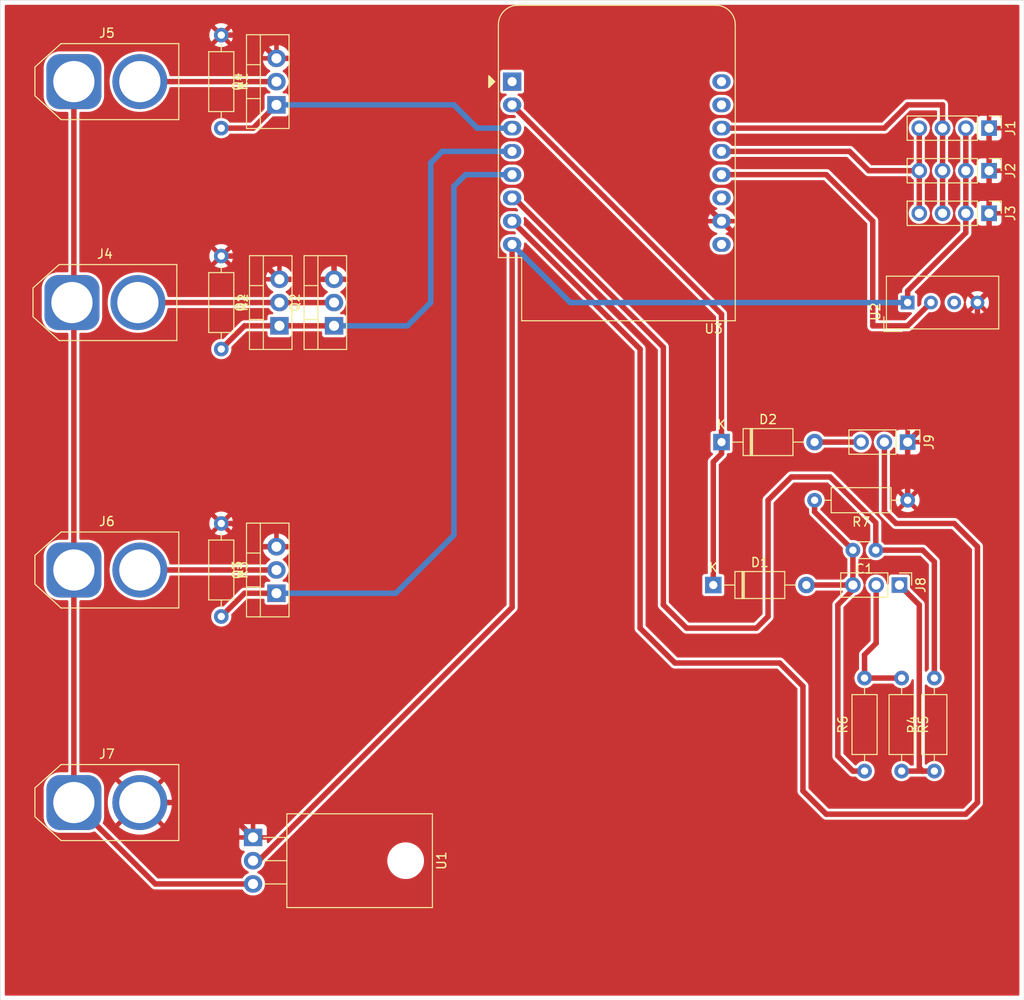
<source format=kicad_pcb>
(kicad_pcb
	(version 20240108)
	(generator "pcbnew")
	(generator_version "8.0")
	(general
		(thickness 1.6)
		(legacy_teardrops no)
	)
	(paper "A4")
	(layers
		(0 "F.Cu" signal)
		(31 "B.Cu" signal)
		(32 "B.Adhes" user "B.Adhesive")
		(33 "F.Adhes" user "F.Adhesive")
		(34 "B.Paste" user)
		(35 "F.Paste" user)
		(36 "B.SilkS" user "B.Silkscreen")
		(37 "F.SilkS" user "F.Silkscreen")
		(38 "B.Mask" user)
		(39 "F.Mask" user)
		(40 "Dwgs.User" user "User.Drawings")
		(41 "Cmts.User" user "User.Comments")
		(42 "Eco1.User" user "User.Eco1")
		(43 "Eco2.User" user "User.Eco2")
		(44 "Edge.Cuts" user)
		(45 "Margin" user)
		(46 "B.CrtYd" user "B.Courtyard")
		(47 "F.CrtYd" user "F.Courtyard")
		(48 "B.Fab" user)
		(49 "F.Fab" user)
		(50 "User.1" user)
		(51 "User.2" user)
		(52 "User.3" user)
		(53 "User.4" user)
		(54 "User.5" user)
		(55 "User.6" user)
		(56 "User.7" user)
		(57 "User.8" user)
		(58 "User.9" user)
	)
	(setup
		(stackup
			(layer "F.SilkS"
				(type "Top Silk Screen")
			)
			(layer "F.Paste"
				(type "Top Solder Paste")
			)
			(layer "F.Mask"
				(type "Top Solder Mask")
				(thickness 0.01)
			)
			(layer "F.Cu"
				(type "copper")
				(thickness 0.035)
			)
			(layer "dielectric 1"
				(type "core")
				(thickness 1.51)
				(material "FR4")
				(epsilon_r 4.5)
				(loss_tangent 0.02)
			)
			(layer "B.Cu"
				(type "copper")
				(thickness 0.035)
			)
			(layer "B.Mask"
				(type "Bottom Solder Mask")
				(thickness 0.01)
			)
			(layer "B.Paste"
				(type "Bottom Solder Paste")
			)
			(layer "B.SilkS"
				(type "Bottom Silk Screen")
			)
			(copper_finish "None")
			(dielectric_constraints no)
		)
		(pad_to_mask_clearance 0)
		(allow_soldermask_bridges_in_footprints no)
		(pcbplotparams
			(layerselection 0x00010fc_ffffffff)
			(plot_on_all_layers_selection 0x0000000_00000000)
			(disableapertmacros no)
			(usegerberextensions no)
			(usegerberattributes yes)
			(usegerberadvancedattributes yes)
			(creategerberjobfile yes)
			(dashed_line_dash_ratio 12.000000)
			(dashed_line_gap_ratio 3.000000)
			(svgprecision 4)
			(plotframeref no)
			(viasonmask no)
			(mode 1)
			(useauxorigin no)
			(hpglpennumber 1)
			(hpglpenspeed 20)
			(hpglpendiameter 15.000000)
			(pdf_front_fp_property_popups yes)
			(pdf_back_fp_property_popups yes)
			(dxfpolygonmode yes)
			(dxfimperialunits yes)
			(dxfusepcbnewfont yes)
			(psnegative no)
			(psa4output no)
			(plotreference yes)
			(plotvalue yes)
			(plotfptext yes)
			(plotinvisibletext no)
			(sketchpadsonfab no)
			(subtractmaskfromsilk no)
			(outputformat 1)
			(mirror no)
			(drillshape 1)
			(scaleselection 1)
			(outputdirectory "")
		)
	)
	(net 0 "")
	(net 1 "Net-(U3-MOSI{slash}D7)")
	(net 2 "Net-(D1-A)")
	(net 3 "Net-(D1-K)")
	(net 4 "Net-(D2-A)")
	(net 5 "GND")
	(net 6 "Net-(J1-SDL)")
	(net 7 "Net-(J1-SDA)")
	(net 8 "Net-(J1-VCC)")
	(net 9 "+12V")
	(net 10 "Net-(J4-Pin_2)")
	(net 11 "Net-(J5-Pin_2)")
	(net 12 "Net-(J6-Pin_2)")
	(net 13 "Net-(J8-Pin_2)")
	(net 14 "Net-(J8-Pin_1)")
	(net 15 "Net-(J9-Pin_2)")
	(net 16 "Net-(Q1-G)")
	(net 17 "Net-(Q3-G)")
	(net 18 "Net-(Q4-G)")
	(net 19 "Net-(U2-DATA)")
	(net 20 "unconnected-(U2-NC-Pad3)")
	(net 21 "unconnected-(U3-TX-Pad16)")
	(net 22 "unconnected-(U3-RX-Pad15)")
	(net 23 "unconnected-(U3-5V-Pad9)")
	(net 24 "unconnected-(U3-~{RST}-Pad1)")
	(net 25 "unconnected-(U3-D4-Pad11)")
	(footprint "Connector_AMASS:AMASS_XT60-F_1x02_P7.20mm_Vertical" (layer "F.Cu") (at 91.86 113.03))
	(footprint "Resistor_THT:R_Axial_DIN0207_L6.3mm_D2.5mm_P10.16mm_Horizontal" (layer "F.Cu") (at 107.95 107.95 -90))
	(footprint "Resistor_THT:R_Axial_DIN0207_L6.3mm_D2.5mm_P10.16mm_Horizontal" (layer "F.Cu") (at 178.172792 134.992792 90))
	(footprint "Resistor_THT:R_Axial_DIN0207_L6.3mm_D2.5mm_P10.16mm_Horizontal" (layer "F.Cu") (at 182.88 105.41 180))
	(footprint "Module:WEMOS_D1_mini_light" (layer "F.Cu") (at 139.7 59.69))
	(footprint "Connector_PinHeader_2.54mm:PinHeader_1x03_P2.54mm_Vertical" (layer "F.Cu") (at 181.982792 114.672792 -90))
	(footprint "Package_TO_SOT_THT:TO-220-3_Vertical" (layer "F.Cu") (at 113.975 115.57 90))
	(footprint "Connector_PinHeader_2.54mm:PinHeader_1x04_P2.54mm_Vertical" (layer "F.Cu") (at 191.77 69.42 -90))
	(footprint "Diode_THT:D_A-405_P10.16mm_Horizontal" (layer "F.Cu") (at 161.662792 114.672792))
	(footprint "Connector_PinHeader_2.54mm:PinHeader_1x03_P2.54mm_Vertical" (layer "F.Cu") (at 182.88 99.06 -90))
	(footprint "Resistor_THT:R_Axial_DIN0207_L6.3mm_D2.5mm_P10.16mm_Horizontal" (layer "F.Cu") (at 107.95 54.61 -90))
	(footprint "Connector_PinHeader_2.54mm:PinHeader_1x04_P2.54mm_Vertical" (layer "F.Cu") (at 191.77 64.77 -90))
	(footprint "Package_TO_SOT_THT:TO-220-3_Vertical" (layer "F.Cu") (at 120.26 86.36 90))
	(footprint "Connector_AMASS:AMASS_XT60-F_1x02_P7.20mm_Vertical" (layer "F.Cu") (at 91.65 83.82))
	(footprint "Package_TO_SOT_THT:TO-220-3_Vertical" (layer "F.Cu") (at 114.3 86.36 90))
	(footprint "Resistor_THT:R_Axial_DIN0207_L6.3mm_D2.5mm_P10.16mm_Horizontal" (layer "F.Cu") (at 182.222792 124.832792 -90))
	(footprint "Connector_AMASS:AMASS_XT60-F_1x02_P7.20mm_Vertical" (layer "F.Cu") (at 91.86 138.43))
	(footprint "Capacitor_THT:C_Disc_D3.0mm_W1.6mm_P2.50mm" (layer "F.Cu") (at 179.402792 110.862792 180))
	(footprint "Resistor_THT:R_Axial_DIN0207_L6.3mm_D2.5mm_P10.16mm_Horizontal" (layer "F.Cu") (at 107.95 78.74 -90))
	(footprint "Package_TO_SOT_THT:TO-220-3_Vertical" (layer "F.Cu") (at 113.975 62.23 90))
	(footprint "Connector_PinHeader_2.54mm:PinHeader_1x04_P2.54mm_Vertical" (layer "F.Cu") (at 191.77 74.07 -90))
	(footprint "Diode_THT:D_A-405_P10.16mm_Horizontal" (layer "F.Cu") (at 162.56 99.06))
	(footprint "Connector_AMASS:AMASS_XT60-F_1x02_P7.20mm_Vertical" (layer "F.Cu") (at 91.86 59.69))
	(footprint "Sensor:Aosong_DHT11_5.5x12.0_P2.54mm" (layer "F.Cu") (at 182.88 83.82 90))
	(footprint "Package_TO_SOT_THT:TO-220-3_Horizontal_TabDown" (layer "F.Cu") (at 111.42 142.24 -90))
	(footprint "Resistor_THT:R_Axial_DIN0207_L6.3mm_D2.5mm_P10.16mm_Horizontal" (layer "F.Cu") (at 185.792792 134.992792 90))
	(gr_rect
		(start 83.82 50.8)
		(end 195.58 160.02)
		(stroke
			(width 0.05)
			(type default)
		)
		(fill none)
		(layer "Edge.Cuts")
		(uuid "168af8e7-4c35-4133-b125-59b64581bbfa")
	)
	(segment
		(start 166.37 119.38)
		(end 158.75 119.38)
		(width 0.6)
		(layer "F.Cu")
		(net 1)
		(uuid "00beff67-c59b-49d4-b174-6b382de3846e")
	)
	(segment
		(start 156.21 88.7)
		(end 139.9 72.39)
		(width 0.6)
		(layer "F.Cu")
		(net 1)
		(uuid "019cda5d-b972-4782-9b5d-d7d184b36bad")
	)
	(segment
		(start 156.21 116.84)
		(end 156.21 88.7)
		(width 0.6)
		(layer "F.Cu")
		(net 1)
		(uuid "1630563e-16d7-44b7-9cf7-31de0128dd9b")
	)
	(segment
		(start 139.9 72.39)
		(end 139.7 72.39)
		(width 0.6)
		(layer "F.Cu")
		(net 1)
		(uuid "2f939a39-8270-4051-a54b-0073fb7585f4")
	)
	(segment
		(start 170.18 102.87)
		(end 167.64 105.41)
		(width 0.6)
		(layer "F.Cu")
		(net 1)
		(uuid "3510ff40-4c8b-4c8d-a329-7a0462f38946")
	)
	(segment
		(start 179.402792 110.862792)
		(end 184.522792 110.862792)
		(width 0.6)
		(layer "F.Cu")
		(net 1)
		(uuid "423b4913-b37b-4f88-9e9e-aae97359f50b")
	)
	(segment
		(start 167.64 105.41)
		(end 167.64 118.11)
		(width 0.6)
		(layer "F.Cu")
		(net 1)
		(uuid "46253d0c-f95a-48bf-88ee-2d606ae7b54e")
	)
	(segment
		(start 158.75 119.38)
		(end 156.21 116.84)
		(width 0.6)
		(layer "F.Cu")
		(net 1)
		(uuid "67093f0c-1170-400f-9f3e-15583fc430b5")
	)
	(segment
		(start 174.408679 102.87)
		(end 170.18 102.87)
		(width 0.6)
		(layer "F.Cu")
		(net 1)
		(uuid "679d9bee-23a2-4835-8c86-dda8f78caff2")
	)
	(segment
		(start 179.402792 107.864113)
		(end 174.408679 102.87)
		(width 0.6)
		(layer "F.Cu")
		(net 1)
		(uuid "84053720-a6d6-4e65-b8db-d1400f21dd6c")
	)
	(segment
		(start 184.522792 110.862792)
		(end 185.792792 112.132792)
		(width 0.6)
		(layer "F.Cu")
		(net 1)
		(uuid "9bb9a02c-1510-43be-a51c-1507de9a8e19")
	)
	(segment
		(start 179.402792 110.862792)
		(end 179.402792 107.864113)
		(width 0.6)
		(layer "F.Cu")
		(net 1)
		(uuid "c4ea97a8-29f1-4973-a3a7-6e8986e04a21")
	)
	(segment
		(start 167.64 118.11)
		(end 166.37 119.38)
		(width 0.6)
		(layer "F.Cu")
		(net 1)
		(uuid "e94207d2-3440-4f42-bb81-3abb2fda3eb7")
	)
	(segment
		(start 185.792792 112.132792)
		(end 185.792792 124.832792)
		(width 0.6)
		(layer "F.Cu")
		(net 1)
		(uuid "ff7abcf0-3a2e-43e9-8179-0179607c55bb")
	)
	(segment
		(start 175.26 133.35)
		(end 176.902792 134.992792)
		(width 0.6)
		(layer "F.Cu")
		(net 2)
		(uuid "36f24f3f-c203-463e-a038-dfe99768e1ef")
	)
	(segment
		(start 175.26 116.84)
		(end 175.26 133.35)
		(width 0.6)
		(layer "F.Cu")
		(net 2)
		(uuid "3e464601-108e-4522-9139-8e62d3962fb6")
	)
	(segment
		(start 176.902792 115.197208)
		(end 175.26 116.84)
		(width 0.6)
		(layer "F.Cu")
		(net 2)
		(uuid "49a383ab-23c5-4a80-b8dc-24e779a13a3b")
	)
	(segment
		(start 172.72 106.68)
		(end 176.902792 110.862792)
		(width 0.6)
		(layer "F.Cu")
		(net 2)
		(uuid "5a3b0e9b-6e14-4176-83ff-29c3f48804c6")
	)
	(segment
		(start 172.72 105.41)
		(end 172.72 106.68)
		(width 0.6)
		(layer "F.Cu")
		(net 2)
		(uuid "737620f4-e01f-40cf-bbde-0680ef9b902c")
	)
	(segment
		(start 171.822792 114.672792)
		(end 176.902792 114.672792)
		(width 0.6)
		(layer "F.Cu")
		(net 2)
		(uuid "7f66132d-694c-424b-8463-db083e55a4fa")
	)
	(segment
		(start 176.902792 110.862792)
		(end 176.902792 114.672792)
		(width 0.6)
		(layer "F.Cu")
		(net 2)
		(uuid "9fd2a76a-ff38-40ab-8828-b9ab6410b36e")
	)
	(segment
		(start 176.902792 114.672792)
		(end 176.902792 115.197208)
		(width 0.6)
		(layer "F.Cu")
		(net 2)
		(uuid "a4b3c5a9-d9c2-4136-8c59-6ea2f6603f4a")
	)
	(segment
		(start 176.902792 134.992792)
		(end 178.172792 134.992792)
		(width 0.6)
		(layer "F.Cu")
		(net 2)
		(uuid "ffbedcfe-70c5-40ec-8e31-0aaffb76563b")
	)
	(segment
		(start 161.662792 101.227208)
		(end 161.662792 114.672792)
		(width 0.6)
		(layer "F.Cu")
		(net 3)
		(uuid "29c855a8-dc51-44c0-8e83-8498220e30c5")
	)
	(segment
		(start 162.56 100.33)
		(end 161.662792 101.227208)
		(width 0.6)
		(layer "F.Cu")
		(net 3)
		(uuid "3a30b3a1-ebeb-4105-9a1f-456f5d022ff2")
	)
	(segment
		(start 162.56 85.09)
		(end 162.56 99.06)
		(width 0.6)
		(layer "F.Cu")
		(net 3)
		(uuid "8cff8dbd-fcd2-4877-b357-eeddff17b54f")
	)
	(segment
		(start 162.56 99.06)
		(end 162.56 100.33)
		(width 0.6)
		(layer "F.Cu")
		(net 3)
		(uuid "a0c03da0-18a6-4efc-aa81-7bce9e8997b7")
	)
	(segment
		(start 139.7 62.23)
		(end 162.56 85.09)
		(width 0.6)
		(layer "F.Cu")
		(net 3)
		(uuid "efa75c64-fdd0-4a56-bf8a-6e820cf95151")
	)
	(segment
		(start 172.72 99.06)
		(end 177.8 99.06)
		(width 0.6)
		(layer "F.Cu")
		(net 4)
		(uuid "9a6fe8ef-cd1c-4fc7-ae68-00147bd0d759")
	)
	(segment
		(start 109.22 107.95)
		(end 111.76 110.49)
		(width 0.6)
		(layer "F.Cu")
		(net 5)
		(uuid "030a3ff0-b844-4a30-9797-4a146e4631d0")
	)
	(segment
		(start 190.5 83.82)
		(end 191.77 82.55)
		(width 0.6)
		(layer "F.Cu")
		(net 5)
		(uuid "03cbb8ea-917f-4df6-9856-2d64d2f0f01c")
	)
	(segment
		(start 144.78 57.15)
		(end 115.57 57.15)
		(width 0.6)
		(layer "F.Cu")
		(net 5)
		(uuid "16c8365d-b6c0-48e0-8a36-b6227f003656")
	)
	(segment
		(start 123.19 106.68)
		(end 119.38 110.49)
		(width 0.6)
		(layer "F.Cu")
		(net 5)
		(uuid "16f4c541-adf2-428c-9041-4ddf49c31ec6")
	)
	(segment
		(start 120.26 81.28)
		(end 123.19 81.28)
		(width 0.6)
		(layer "F.Cu")
		(net 5)
		(uuid "179e0a48-7345-4797-988d-3fa013867744")
	)
	(segment
		(start 102.87 138.43)
		(end 107.61 138.43)
		(width 0.6)
		(layer "F.Cu")
		(net 5)
		(uuid "1eedd2e8-58c1-47e1-9279-33d52473c4be")
	)
	(segment
		(start 111.76 78.74)
		(end 114.3 81.28)
		(width 0.6)
		(layer "F.Cu")
		(net 5)
		(uuid "236f5185-c268-4ae8-800f-6fb725caa6f2")
	)
	(segment
		(start 120.26 61.84)
		(end 120.26 81.28)
		(width 0.6)
		(layer "F.Cu")
		(net 5)
		(uuid "2568d986-2986-4c6a-93a0-43cfce0b1612")
	)
	(segment
		(start 107.95 54.61)
		(end 111.435 54.61)
		(width 0.6)
		(layer "F.Cu")
		(net 5)
		(uuid "2d1b7cd3-88df-472e-a1e3-e553ffdbd754")
	)
	(segment
		(start 119.38 110.49)
		(end 119.38 121.92)
		(width 0.6)
		(layer "F.Cu")
		(net 5)
		(uuid "3354886c-4802-4739-889c-b9e59816534d")
	)
	(segment
		(start 162.56 74.93)
		(end 184.785 97.155)
		(width 0.6)
		(layer "F.Cu")
		(net 5)
		(uuid "38a9c529-c1c1-46ab-b49d-c79940378720")
	)
	(segment
		(start 115.57 57.15)
		(end 120.26 61.84)
		(width 0.6)
		(layer "F.Cu")
		(net 5)
		(uuid "3b9b159b-2389-44e6-9db4-db3d858497fc")
	)
	(segment
		(start 114.3 81.28)
		(end 120.26 81.28)
		(width 0.6)
		(layer "F.Cu")
		(net 5)
		(uuid "4a709cb1-d156-48c0-a561-37c49434109a")
	)
	(segment
		(start 99.06 138.43)
		(end 102.87 138.43)
		(width 0.6)
		(layer "F.Cu")
		(net 5)
		(uuid "6261ee21-d61d-432d-ac2e-ba71fb3919cf")
	)
	(segment
		(start 111.435 54.61)
		(end 113.975 57.15)
		(width 0.6)
		(layer "F.Cu")
		(net 5)
		(uuid "7493fbad-170e-479b-811d-24f39731afb9")
	)
	(segment
		(start 111.76 110.49)
		(end 113.975 110.49)
		(width 0.6)
		(layer "F.Cu")
		(net 5)
		(uuid "7818a95b-f7c3-4802-90c2-89ef6d836d62")
	)
	(segment
		(start 162.56 74.93)
		(end 144.78 57.15)
		(width 0.6)
		(layer "F.Cu")
		(net 5)
		(uuid "7a221a2f-9fa4-4ce2-b5d9-1238de2c0781")
	)
	(segment
		(start 115.57 57.15)
		(end 113.975 57.15)
		(width 0.6)
		(layer "F.Cu")
		(net 5)
		(uuid "804d0039-7f19-45b0-aa07-e296d9c65e01")
	)
	(segment
		(start 184.785 97.155)
		(end 182.88 99.06)
		(width 0.6)
		(layer "F.Cu")
		(net 5)
		(uuid "b40e290c-e17a-44b2-a416-f74412ccd90b")
	)
	(segment
		(start 107.61 138.43)
		(end 111.42 142.24)
		(width 0.6)
		(layer "F.Cu")
		(net 5)
		(uuid "b49b2014-7031-49cb-b25d-b253de34b2f4")
	)
	(segment
		(start 119.38 110.49)
		(end 113.975 110.49)
		(width 0.6)
		(layer "F.Cu")
		(net 5)
		(uuid "b698fc65-2cbe-4dd8-84f9-8e7bfb631475")
	)
	(segment
		(start 191.77 64.77)
		(end 191.77 74.07)
		(width 0.6)
		(layer "F.Cu")
		(net 5)
		(uuid "bc0da2a3-3687-422f-bd32-7c19568a6a52")
	)
	(segment
		(start 182.88 99.06)
		(end 182.88 105.41)
		(width 0.6)
		(layer "F.Cu")
		(net 5)
		(uuid "c8e1953e-2a29-4b2d-be25-759bb9290d15")
	)
	(segment
		(start 190.5 83.82)
		(end 190.5 91.44)
		(width 0.6)
		(layer "F.Cu")
		(net 5)
		(uuid "cc2fb27a-a573-4620-842f-f9a7712e8562")
	)
	(segment
		(start 107.95 78.74)
		(end 111.76 78.74)
		(width 0.6)
		(layer "F.Cu")
		(net 5)
		(uuid "d35c8d50-4768-4a2c-9c19-97b3d574e59d")
	)
	(segment
		(start 190.5 91.44)
		(end 184.785 97.155)
		(width 0.6)
		(layer "F.Cu")
		(net 5)
		(uuid "db9193fb-2301-4bf2-b292-773adad6f79b")
	)
	(segment
		(start 119.38 121.92)
		(end 102.87 138.43)
		(width 0.6)
		(layer "F.Cu")
		(net 5)
		(uuid "e0f9f91d-b121-4528-b26c-6e277a6b7fa9")
	)
	(segment
		(start 123.19 81.28)
		(end 123.19 106.68)
		(width 0.6)
		(layer "F.Cu")
		(net 5)
		(uuid "e13842b7-dfd0-43e9-8d6b-8dfa2f2b66c0")
	)
	(segment
		(start 107.95 107.95)
		(end 109.22 107.95)
		(width 0.6)
		(layer "F.Cu")
		(net 5)
		(uuid "f66b7819-3211-4ba1-9870-ffc67b95e91d")
	)
	(segment
		(start 191.77 82.55)
		(end 191.77 74.07)
		(width 0.6)
		(layer "F.Cu")
		(net 5)
		(uuid "f8c84b69-8edf-4fe9-a0c7-46c472400ad9")
	)
	(segment
		(start 180.34 64.77)
		(end 182.88 62.23)
		(width 0.6)
		(layer "F.Cu")
		(net 6)
		(uuid "5f9b7efc-5919-4463-94d5-258ce5c51d8b")
	)
	(segment
		(start 182.88 62.23)
		(end 186.69 62.23)
		(width 0.6)
		(layer "F.Cu")
		(net 6)
		(uuid "710c6d0f-8e58-44ac-85a5-e6db01a7b8f0")
	)
	(segment
		(start 186.69 62.23)
		(end 186.69 64.77)
		(width 0.6)
		(layer "F.Cu")
		(net 6)
		(uuid "e28d1ab7-a1a8-47d9-9dc9-dd8003bea256")
	)
	(segment
		(start 186.69 64.77)
		(end 186.69 74.07)
		(width 0.6)
		(layer "F.Cu")
		(net 6)
		(uuid "e8be9463-f001-483b-a99e-da6922554b7e")
	)
	(segment
		(start 162.56 64.77)
		(end 180.34 64.77)
		(width 0.6)
		(layer "F.Cu")
		(net 6)
		(uuid "eea637b5-aa82-45b8-820d-62561e24bd2e")
	)
	(segment
		(start 184.15 64.77)
		(end 184.15 74.07)
		(width 0.6)
		(layer "F.Cu")
		(net 7)
		(uuid "4ae08325-34ef-408a-a15e-6bb8994f6aad")
	)
	(segment
		(start 178.64 69.42)
		(end 184.15 69.42)
		(width 0.6)
		(layer "F.Cu")
		(net 7)
		(uuid "863b927a-0aec-4963-908a-0cf66bdfc7a3")
	)
	(segment
		(start 162.56 67.31)
		(end 176.53 67.31)
		(width 0.6)
		(layer "F.Cu")
		(net 7)
		(uuid "d142c31f-8f9d-4ed3-ac45-9b1332edf819")
	)
	(segment
		(start 176.53 67.31)
		(end 178.64 69.42)
		(width 0.6)
		(layer "F.Cu")
		(net 7)
		(uuid "e004d52f-3f6c-4a33-bf4f-94b9eb6b14d5")
	)
	(segment
		(start 182.88 82.55)
		(end 189.23 76.2)
		(width 0.6)
		(layer "F.Cu")
		(net 8)
		(uuid "5475fac0-ede3-4b18-8a8a-406fb343d75d")
	)
	(segment
		(start 182.88 83.82)
		(end 182.88 82.55)
		(width 0.6)
		(layer "F.Cu")
		(net 8)
		(uuid "96c9ffb5-03d1-4af6-b0d4-ec68d2abb9a1")
	)
	(segment
		(start 112.0325 144.78)
		(end 111.42 144.78)
		(width 0.6)
		(layer "F.Cu")
		(net 8)
		(uuid "a42e197c-d3dd-4a20-bd69-42e05ce25a20")
	)
	(segment
		(start 139.7 117.1125)
		(end 112.0325 144.78)
		(width 0.6)
		(layer "F.Cu")
		(net 8)
		(uuid "a9fadb82-5ed7-4296-92b2-ba4abe6ac3a6")
	)
	(segment
		(start 189.23 76.2)
		(end 189.23 64.77)
		(width 0.6)
		(layer "F.Cu")
		(net 8)
		(uuid "dea4f7a4-5adc-4f8b-94b4-7dd5cd6114f3")
	)
	(segment
		(start 139.7 77.47)
		(end 139.7 117.1125)
		(width 0.6)
		(layer "F.Cu")
		(net 8)
		(uuid "f650425b-bbf6-4bd0-9cfd-7af96c26c8d8")
	)
	(segment
		(start 139.7 77.47)
		(end 146.05 83.82)
		(width 0.6)
		(layer "B.Cu")
		(net 8)
		(uuid "2c65cb85-a57a-4680-a300-578cdef8d3ef")
	)
	(segment
		(start 146.05 83.82)
		(end 182.88 83.82)
		(width 0.6)
		(layer "B.Cu")
		(net 8)
		(uuid "2d5c17f6-c40e-4c66-bc92-a1be8c57853a")
	)
	(segment
		(start 100.75 147.32)
		(end 111.42 147.32)
		(width 0.6)
		(layer "F.Cu")
		(net 9)
		(uuid "085e3909-c358-48fe-87b7-1e0c1dae0f7b")
	)
	(segment
		(start 91.86 59.69)
		(end 91.86 138.43)
		(width 0.6)
		(layer "F.Cu")
		(net 9)
		(uuid "7cf6ea6d-a2bb-4177-8f81-7c92fdba0f2e")
	)
	(segment
		(start 91.86 138.43)
		(end 91.86 139.19)
		(width 0.6)
		(layer "F.Cu")
		(net 9)
		(uuid "957e0564-cdd0-45d2-8a88-bac1de95df2e")
	)
	(segment
		(start 91.86 138.43)
		(end 100.75 147.32)
		(width 0.6)
		(layer "F.Cu")
		(net 9)
		(uuid "eff17a41-08ef-4611-9884-d820a5ab8586")
	)
	(segment
		(start 98.85 83.82)
		(end 120.26 83.82)
		(width 0.6)
		(layer "F.Cu")
		(net 10)
		(uuid "a4f78391-4465-4be8-b1f2-3f12a1a1a0e6")
	)
	(segment
		(start 113.975 59.69)
		(end 99.06 59.69)
		(width 0.6)
		(layer "F.Cu")
		(net 11)
		(uuid "531d8484-d896-429a-9954-4900114d19ce")
	)
	(segment
		(start 99.06 113.03)
		(end 113.975 113.03)
		(width 0.6)
		(layer "F.Cu")
		(net 12)
		(uuid "f7b673fb-b3de-4d08-9e49-0934369e4663")
	)
	(segment
		(start 178.172792 122.292792)
		(end 179.442792 121.022792)
		(width 0.6)
		(layer "F.Cu")
		(net 13)
		(uuid "36b5d58d-70e8-49bc-a357-92d0ce9ce35d")
	)
	(segment
		(start 178.172792 124.832792)
		(end 178.172792 122.292792)
		(width 0.6)
		(layer "F.Cu")
		(net 13)
		(uuid "65227372-a62b-4c7b-b2c6-2942216e768d")
	)
	(segment
		(start 179.442792 121.022792)
		(end 179.442792 114.672792)
		(width 0.6)
		(layer "F.Cu")
		(net 13)
		(uuid "b5a949d2-9f2a-430d-9c52-f7e6afbd197f")
	)
	(segment
		(start 178.172792 124.832792)
		(end 182.222792 124.832792)
		(width 0.6)
		(layer "F.Cu")
		(net 13)
		(uuid "ef3a1e0b-cf3a-493c-8157-9f365c9c76c8")
	)
	(segment
		(start 184.15 116.84)
		(end 184.15 134.62)
		(width 0.6)
		(layer "F.Cu")
		(net 14)
		(uuid "aa28d683-19b9-44cb-b345-411152fe748f")
	)
	(segment
		(start 184.15 134.62)
		(end 184.522792 134.992792)
		(width 0.6)
		(layer "F.Cu")
		(net 14)
		(uuid "ade4ef13-61eb-4918-9a52-0e574c3daa00")
	)
	(segment
		(start 181.982792 114.672792)
		(end 184.15 116.84)
		(width 0.6)
		(layer "F.Cu")
		(net 14)
		(uuid "cb8c9cbe-0f0d-4860-9f4f-852f6fea08e1")
	)
	(segment
		(start 182.222792 134.992792)
		(end 184.522792 134.992792)
		(width 0.6)
		(layer "F.Cu")
		(net 14)
		(uuid "eef918b0-5624-4f56-a71e-862de4f59dcc")
	)
	(segment
		(start 184.522792 134.992792)
		(end 185.792792 134.992792)
		(width 0.6)
		(layer "F.Cu")
		(net 14)
		(uuid "f200f85a-2ccc-40f7-b05c-d571e5eecdb9")
	)
	(segment
		(start 187.96 107.95)
		(end 181.61 107.95)
		(width 0.6)
		(layer "F.Cu")
		(net 15)
		(uuid "00888a22-755c-4deb-a669-59d374fd5834")
	)
	(segment
		(start 157.48 123.19)
		(end 168.91 123.19)
		(width 0.6)
		(layer "F.Cu")
		(net 15)
		(uuid "06735a79-43cb-4e23-9611-ea235cd9ed25")
	)
	(segment
		(start 190.5 110.49)
		(end 187.96 107.95)
		(width 0.6)
		(layer "F.Cu")
		(net 15)
		(uuid "49813399-d503-46d9-b4e1-94fd2deba21b")
	)
	(segment
		(start 171.45 137.16)
		(end 173.99 139.7)
		(width 0.6)
		(layer "F.Cu")
		(net 15)
		(uuid "4a8fd6a1-1a29-40e2-a934-a54873fb3ffe")
	)
	(segment
		(start 153.67 119.38)
		(end 157.48 123.19)
		(width 0.6)
		(layer "F.Cu")
		(net 15)
		(uuid "500a0a60-1552-4a17-b992-c4c0336edf04")
	)
	(segment
		(start 168.91 123.19)
		(end 171.45 125.73)
		(width 0.6)
		(layer "F.Cu")
		(net 15)
		(uuid "51c7930c-cfa7-460e-87b8-f3eb5ac7564e")
	)
	(segment
		(start 139.7 74.93)
		(end 153.67 88.9)
		(width 0.6)
		(layer "F.Cu")
		(net 15)
		(uuid "639c72d4-1602-468c-b2a5-fc8de9928f75")
	)
	(segment
		(start 190.5 138.43)
		(end 190.5 110.49)
		(width 0.6)
		(layer "F.Cu")
		(net 15)
		(uuid "6bb1fff2-ce86-42b3-a6d2-fd08e3f181e2")
	)
	(segment
		(start 189.23 139.7)
		(end 190.5 138.43)
		(width 0.6)
		(layer "F.Cu")
		(net 15)
		(uuid "99720776-e653-4ac8-91a3-ad3d4d4009d2")
	)
	(segment
		(start 181.61 107.95)
		(end 180.34 106.68)
		(width 0.6)
		(layer "F.Cu")
		(net 15)
		(uuid "9d7ba1ac-e231-439a-8a53-35243b0f40ec")
	)
	(segment
		(start 180.34 106.68)
		(end 180.34 99.06)
		(width 0.6)
		(layer "F.Cu")
		(net 15)
		(uuid "b3962592-b177-4711-8f37-69ee503c61c0")
	)
	(segment
		(start 173.99 139.7)
		(end 189.23 139.7)
		(width 0.6)
		(layer "F.Cu")
		(net 15)
		(uuid "f26e04d2-f599-4518-b118-27fe7b75aea0")
	)
	(segment
		(start 153.67 88.9)
		(end 153.67 119.38)
		(width 0.6)
		(layer "F.Cu")
		(net 15)
		(uuid "fb3405b0-af31-4af6-9545-28a3639a1d68")
	)
	(segment
		(start 171.45 125.73)
		(end 171.45 137.16)
		(width 0.6)
		(layer "F.Cu")
		(net 15)
		(uuid "fc8e4b9e-3f3b-47ec-aacc-fb1a01fd533f")
	)
	(segment
		(start 110.49 86.36)
		(end 107.95 88.9)
		(width 0.6)
		(layer "F.Cu")
		(net 16)
		(uuid "bb3534c9-148b-45b5-8b54-52f364b2f3ef")
	)
	(segment
		(start 120.26 86.36)
		(end 110.49 86.36)
		(width 0.6)
		(layer "F.Cu")
		(net 16)
		(uuid "c0034f4d-8b0e-4f24-8fa3-56c376940c29")
	)
	(segment
		(start 130.81 83.82)
		(end 130.81 68.58)
		(width 0.6)
		(layer "B.Cu")
		(net 16)
		(uuid "17bf8a14-c524-494d-91ef-9d1c600283eb")
	)
	(segment
		(start 120.26 86.36)
		(end 128.27 86.36)
		(width 0.6)
		(layer "B.Cu")
		(net 16)
		(uuid "19aa4236-2ccf-4612-8bf0-7eaa1f715c25")
	)
	(segment
		(start 128.27 86.36)
		(end 130.81 83.82)
		(width 0.6)
		(layer "B.Cu")
		(net 16)
		(uuid "3ca52653-39c9-4787-a6e8-0c9580acab76")
	)
	(segment
		(start 132.08 67.31)
		(end 139.7 67.31)
		(width 0.6)
		(layer "B.Cu")
		(net 16)
		(uuid "72958866-e514-4a77-a145-f99912a80c95")
	)
	(segment
		(start 130.81 68.58)
		(end 132.08 67.31)
		(width 0.6)
		(layer "B.Cu")
		(net 16)
		(uuid "d71bb7c0-bafe-4d5f-9c53-9bde96f2e8c1")
	)
	(segment
		(start 113.975 115.57)
		(end 110.49 115.57)
		(width 0.6)
		(layer "F.Cu")
		(net 17)
		(uuid "086d0b57-b91f-4c4c-ad17-03ae7adc8242")
	)
	(segment
		(start 110.49 115.57)
		(end 107.95 118.11)
		(width 0.6)
		(layer "F.Cu")
		(net 17)
		(uuid "95e37bcf-8063-4e26-9022-105a32b0f8d4")
	)
	(segment
		(start 133.35 109.22)
		(end 127 115.57)
		(width 0.6)
		(layer "B.Cu")
		(net 17)
		(uuid "a51a55a1-3eae-431f-8d5b-f0b8f3702214")
	)
	(segment
		(start 127 115.57)
		(end 113.975 115.57)
		(width 0.6)
		(layer "B.Cu")
		(net 17)
		(uuid "b6799f7a-fd4c-4614-8a2c-8df79bf7c388")
	)
	(segment
		(start 139.7 69.85)
		(end 134.62 69.85)
		(width 0.6)
		(layer "B.Cu")
		(net 17)
		(uuid "b9ca9ff2-8a46-499c-a348-e1204329eed2")
	)
	(segment
		(start 133.35 71.12)
		(end 133.35 109.22)
		(width 0.6)
		(layer "B.Cu")
		(net 17)
		(uuid "bcd25bfd-175a-47e8-a16a-240de4968ce1")
	)
	(segment
		(start 134.62 69.85)
		(end 133.35 71.12)
		(width 0.6)
		(layer "B.Cu")
		(net 17)
		(uuid "bf6ccc23-18e8-4745-9872-e8809a62f5d9")
	)
	(segment
		(start 111.435 64.77)
		(end 113.975 62.23)
		(width 0.6)
		(layer "F.Cu")
		(net 18)
		(uuid "ae47336d-9742-48d7-a0f0-18901f4ef865")
	)
	(segment
		(start 107.95 64.77)
		(end 111.435 64.77)
		(width 0.6)
		(layer "F.Cu")
		(net 18)
		(uuid "e40024ac-a35f-4dff-a1dd-50e46cba2dba")
	)
	(segment
		(start 133.35 62.23)
		(end 135.89 64.77)
		(width 0.6)
		(layer "B.Cu")
		(net 18)
		(uuid "83592d37-8a70-41fe-a8a2-bf786c1ebba7")
	)
	(segment
		(start 113.975 62.23)
		(end 133.35 62.23)
		(width 0.6)
		(layer "B.Cu")
		(net 18)
		(uuid "cbaf61d9-b49a-4390-83aa-76cf8fecfa30")
	)
	(segment
		(start 135.89 64.77)
		(end 139.7 64.77)
		(width 0.6)
		(layer "B.Cu")
		(net 18)
		(uuid "e1a032a8-8691-4371-8440-421879198cff")
	)
	(segment
		(start 179.07 74.93)
		(end 173.99 69.85)
		(width 0.6)
		(layer "F.Cu")
		(net 19)
		(uuid "41220b88-06f3-49e6-b10c-cf22a03d62da")
	)
	(segment
		(start 179.07 86.36)
		(end 179.07 74.93)
		(width 0.6)
		(layer "F.Cu")
		(net 19)
		(uuid "9425dc2a-fcb9-4a85-8d36-d0fe19432309")
	)
	(segment
		(start 182.88 86.36)
		(end 179.07 86.36)
		(width 0.6)
		(layer "F.Cu")
		(net 19)
		(uuid "e093c981-2919-4fb2-97d3-ebcfcb380b64")
	)
	(segment
		(start 185.42 83.82)
		(end 182.88 86.36)
		(width 0.6)
		(layer "F.Cu")
		(net 19)
		(uuid "e16b7771-4a43-415d-bab9-8b2ae638a5bf")
	)
	(segment
		(start 173.99 69.85)
		(end 162.56 69.85)
		(width 0.6)
		(layer "F.Cu")
		(net 19)
		(uuid "eaf0269a-411e-4af9-ae12-aec218d68525")
	)
	(zone
		(net 5)
		(net_name "GND")
		(layer "F.Cu")
		(uuid "a898c616-261f-411d-a90c-bb27758a7cf5")
		(hatch edge 0.5)
		(connect_pads
			(clearance 0)
		)
		(min_thickness 0.25)
		(filled_areas_thickness no)
		(fill yes
			(thermal_gap 0.5)
			(thermal_bridge_width 0.5)
		)
		(polygon
			(pts
				(xy 83.82 50.8) (xy 83.82 160.02) (xy 195.58 160.02) (xy 195.58 50.8)
			)
		)
		(filled_polygon
			(layer "F.Cu")
			(pts
				(xy 195.022539 51.320185) (xy 195.068294 51.372989) (xy 195.0795 51.4245) (xy 195.0795 159.3955)
				(xy 195.059815 159.462539) (xy 195.007011 159.508294) (xy 194.9555 159.5195) (xy 84.4445 159.5195)
				(xy 84.377461 159.499815) (xy 84.331706 159.447011) (xy 84.3205 159.3955) (xy 84.3205 85.409885)
				(xy 88.3495 85.409885) (xy 88.349501 85.409903) (xy 88.355804 85.522158) (xy 88.355805 85.522165)
				(xy 88.405971 85.787299) (xy 88.405973 85.787309) (xy 88.495103 86.042027) (xy 88.621196 86.280606)
				(xy 88.621199 86.280612) (xy 88.781444 86.497736) (xy 88.972263 86.688555) (xy 89.178173 86.840524)
				(xy 89.18939 86.848802) (xy 89.427975 86.974898) (xy 89.68269 87.064026) (xy 89.6827 87.064028)
				(xy 89.790897 87.0845) (xy 89.947843 87.114196) (xy 90.060095 87.1205) (xy 91.1355 87.120499) (xy 91.202539 87.140183)
				(xy 91.248294 87.192987) (xy 91.2595 87.244499) (xy 91.2595 109.6055) (xy 91.239815 109.672539)
				(xy 91.187011 109.718294) (xy 91.1355 109.7295) (xy 90.270114 109.7295) (xy 90.270096 109.729501)
				(xy 90.157841 109.735804) (xy 90.157834 109.735805) (xy 89.8927 109.785971) (xy 89.89269 109.785973)
				(xy 89.637972 109.875103) (xy 89.399393 110.001196) (xy 89.399387 110.001199) (xy 89.182263 110.161444)
				(xy 88.991444 110.352263) (xy 88.831199 110.569387) (xy 88.831196 110.569393) (xy 88.705103 110.807972)
				(xy 88.615973 111.06269) (xy 88.615971 111.0627) (xy 88.565805 111.327833) (xy 88.565804 111.32784)
				(xy 88.5595 111.440097) (xy 88.5595 114.619885) (xy 88.559501 114.619903) (xy 88.565804 114.732158)
				(xy 88.565805 114.732165) (xy 88.615971 114.997299) (xy 88.615973 114.997309) (xy 88.705103 115.252027)
				(xy 88.831196 115.490606) (xy 88.831199 115.490612) (xy 88.990967 115.70709) (xy 88.991445 115.707737)
				(xy 89.182263 115.898555) (xy 89.39939 116.058802) (xy 89.637975 116.184898) (xy 89.89269 116.274026)
				(xy 89.8927 116.274028) (xy 90.000897 116.2945) (xy 90.157843 116.324196) (xy 90.270095 116.3305)
				(xy 91.1355 116.330499) (xy 91.202539 116.350183) (xy 91.248294 116.402987) (xy 91.2595 116.454499)
				(xy 91.2595 135.0055) (xy 91.239815 135.072539) (xy 91.187011 135.118294) (xy 91.1355 135.1295)
				(xy 90.270114 135.1295) (xy 90.270096 135.129501) (xy 90.157841 135.135804) (xy 90.157834 135.135805)
				(xy 89.8927 135.185971) (xy 89.89269 135.185973) (xy 89.637972 135.275103) (xy 89.399393 135.401196)
				(xy 89.399387 135.401199) (xy 89.182263 135.561444) (xy 88.991444 135.752263) (xy 88.831199 135.969387)
				(xy 88.831196 135.969393) (xy 88.705103 136.207972) (xy 88.615973 136.46269) (xy 88.615971 136.4627)
				(xy 88.565805 136.727833) (xy 88.565804 136.72784) (xy 88.5595 136.840097) (xy 88.5595 140.019885)
				(xy 88.559501 140.019903) (xy 88.565804 140.132158) (xy 88.565805 140.132165) (xy 88.615971 140.397299)
				(xy 88.615973 140.397309) (xy 88.648432 140.49007) (xy 88.701048 140.64044) (xy 88.705103 140.652027)
				(xy 88.831196 140.890606) (xy 88.831199 140.890612) (xy 88.968539 141.076701) (xy 88.991445 141.107737)
				(xy 89.182263 141.298555) (xy 89.39939 141.458802) (xy 89.637975 141.584898) (xy 89.892681 141.674023)
				(xy 89.89269 141.674026) (xy 89.8927 141.674028) (xy 89.977114 141.69) (xy 90.157843 141.724196)
				(xy 90.270095 141.7305) (xy 93.449904 141.730499) (xy 93.562157 141.724196) (xy 93.82731 141.674026)
				(xy 94.070442 141.58895) (xy 94.140219 141.585389) (xy 94.199075 141.61831) (xy 100.381284 147.80052)
				(xy 100.381286 147.800521) (xy 100.38129 147.800524) (xy 100.518209 147.879573) (xy 100.518216 147.879577)
				(xy 100.670943 147.920501) (xy 100.670945 147.920501) (xy 100.836654 147.920501) (xy 100.83667 147.9205)
				(xy 110.196946 147.9205) (xy 110.263985 147.940185) (xy 110.296749 147.973662) (xy 110.297974 147.972773)
				(xy 110.300837 147.976714) (xy 110.300838 147.976715) (xy 110.416765 148.136275) (xy 110.556225 148.275735)
				(xy 110.715785 148.391662) (xy 110.891515 148.481201) (xy 110.891517 148.481202) (xy 110.985301 148.511674)
				(xy 111.079088 148.542147) (xy 111.169307 148.556436) (xy 111.273882 148.573) (xy 111.273887 148.573)
				(xy 111.566118 148.573) (xy 111.660552 148.558042) (xy 111.760912 148.542147) (xy 111.948485 148.481201)
				(xy 112.124215 148.391662) (xy 112.283775 148.275735) (xy 112.423235 148.136275) (xy 112.539162 147.976715)
				(xy 112.628701 147.800985) (xy 112.689647 147.613412) (xy 112.705542 147.513052) (xy 112.7205 147.418618)
				(xy 112.7205 147.221381) (xy 112.70255 147.108059) (xy 112.689647 147.026588) (xy 112.628701 146.839015)
				(xy 112.539162 146.663285) (xy 112.423235 146.503725) (xy 112.283775 146.364265) (xy 112.124215 146.248338)
				(xy 111.951794 146.160485) (xy 111.900998 146.11251) (xy 111.884203 146.044689) (xy 111.90674 145.978554)
				(xy 111.951794 145.939515) (xy 111.955416 145.937669) (xy 112.124215 145.851662) (xy 112.283775 145.735735)
				(xy 112.423235 145.596275) (xy 112.539162 145.436715) (xy 112.628701 145.260985) (xy 112.689647 145.073412)
				(xy 112.702413 144.992808) (xy 112.73234 144.929678) (xy 112.737186 144.924547) (xy 112.750606 144.911127)
				(xy 126.0795 144.911127) (xy 126.085016 144.953019) (xy 126.11373 145.171116) (xy 126.181602 145.424418)
				(xy 126.181605 145.424428) (xy 126.281953 145.66669) (xy 126.281958 145.6667) (xy 126.413075 145.893803)
				(xy 126.572718 146.101851) (xy 126.572726 146.10186) (xy 126.75814 146.287274) (xy 126.758148 146.287281)
				(xy 126.966196 146.446924) (xy 127.193299 146.578041) (xy 127.193309 146.578046) (xy 127.435571 146.678394)
				(xy 127.435581 146.678398) (xy 127.688884 146.74627) (xy 127.94888 146.7805) (xy 127.948887 146.7805)
				(xy 128.211113 146.7805) (xy 128.21112 146.7805) (xy 128.471116 146.74627) (xy 128.724419 146.678398)
				(xy 128.966697 146.578043) (xy 129.193803 146.446924) (xy 129.401851 146.287282) (xy 129.401855 146.287277)
				(xy 129.40186 146.287274) (xy 129.587274 146.10186) (xy 129.587277 146.101855) (xy 129.587282 146.101851)
				(xy 129.746924 145.893803) (xy 129.878043 145.666697) (xy 129.978398 145.424419) (xy 130.04627 145.171116)
				(xy 130.0805 144.91112) (xy 130.0805 144.64888) (xy 130.04627 144.388884) (xy 129.978398 144.135581)
				(xy 129.973305 144.123285) (xy 129.878046 143.893309) (xy 129.878041 143.893299) (xy 129.746924 143.666196)
				(xy 129.587281 143.458148) (xy 129.587274 143.45814) (xy 129.40186 143.272726) (xy 129.401851 143.272718)
				(xy 129.193803 143.113075) (xy 128.9667 142.981958) (xy 128.96669 142.981953) (xy 128.724428 142.881605)
				(xy 128.724421 142.881603) (xy 128.724419 142.881602) (xy 128.471116 142.81373) (xy 128.413339 142.806123)
				(xy 128.211127 142.7795) (xy 128.21112 142.7795) (xy 127.94888 142.7795) (xy 127.948872 142.7795)
				(xy 127.717772 142.809926) (xy 127.688884 142.81373) (xy 127.515888 142.860084) (xy 127.435581 142.881602)
				(xy 127.435571 142.881605) (xy 127.193309 142.981953) (xy 127.193299 142.981958) (xy 126.966196 143.113075)
				(xy 126.758148 143.272718) (xy 126.572718 143.458148) (xy 126.413075 143.666196) (xy 126.281958 143.893299)
				(xy 126.281953 143.893309) (xy 126.181605 144.135571) (xy 126.181602 144.135581) (xy 126.11373 144.388885)
				(xy 126.0795 144.648872) (xy 126.0795 144.911127) (xy 112.750606 144.911127) (xy 140.18052 117.481216)
				(xy 140.259577 117.344284) (xy 140.300501 117.191557) (xy 140.300501 117.033442) (xy 140.300501 117.025847)
				(xy 140.3005 117.025829) (xy 140.3005 78.577042) (xy 140.320185 78.510003) (xy 140.368206 78.466557)
				(xy 140.476786 78.411233) (xy 140.476785 78.411233) (xy 140.476788 78.411232) (xy 140.616928 78.309414)
				(xy 140.739414 78.186928) (xy 140.841232 78.046788) (xy 140.919873 77.892445) (xy 140.973402 77.727701)
				(xy 141.0005 77.556611) (xy 141.0005 77.383389) (xy 141.0005 77.379097) (xy 141.020185 77.312058)
				(xy 141.072989 77.266303) (xy 141.142147 77.256359) (xy 141.205703 77.285384) (xy 141.212181 77.291416)
				(xy 153.033181 89.112416) (xy 153.066666 89.173739) (xy 153.0695 89.200097) (xy 153.0695 119.29333)
				(xy 153.069499 119.293348) (xy 153.069499 119.459054) (xy 153.069498 119.459054) (xy 153.110423 119.611785)
				(xy 153.139358 119.6619) (xy 153.139359 119.661904) (xy 153.13936 119.661904) (xy 153.183582 119.738501)
				(xy 153.189479 119.748714) (xy 153.189481 119.748717) (xy 153.308349 119.867585) (xy 153.308354 119.867589)
				(xy 157.111284 123.67052) (xy 157.111286 123.670521) (xy 157.11129 123.670524) (xy 157.218277 123.732292)
				(xy 157.248216 123.749577) (xy 157.400943 123.790501) (xy 157.400945 123.790501) (xy 157.566654 123.790501)
				(xy 157.56667 123.7905) (xy 168.609903 123.7905) (xy 168.676942 123.810185) (xy 168.697584 123.826819)
				(xy 170.813181 125.942416) (xy 170.846666 126.003739) (xy 170.8495 126.030097) (xy 170.8495 137.07333)
				(xy 170.849499 137.073348) (xy 170.849499 137.239054) (xy 170.849498 137.239054) (xy 170.890423 137.391785)
				(xy 170.919358 137.4419) (xy 170.919359 137.441904) (xy 170.91936 137.441904) (xy 170.969479 137.528714)
				(xy 170.969481 137.528717) (xy 171.088349 137.647585) (xy 171.088355 137.64759) (xy 173.505139 140.064374)
				(xy 173.505149 140.064385) (xy 173.509479 140.068715) (xy 173.50948 140.068716) (xy 173.621284 140.18052)
				(xy 173.621286 140.180521) (xy 173.62129 140.180524) (xy 173.758209 140.259573) (xy 173.758216 140.259577)
				(xy 173.870019 140.289534) (xy 173.910942 140.3005) (xy 173.910943 140.3005) (xy 189.143331 140.3005)
				(xy 189.143347 140.300501) (xy 189.150943 140.300501) (xy 189.309054 140.300501) (xy 189.309057 140.300501)
				(xy 189.461785 140.259577) (xy 189.511904 140.230639) (xy 189.598716 140.18052) (xy 189.71052 140.068716)
				(xy 189.71052 140.068714) (xy 189.720728 140.058507) (xy 189.72073 140.058504) (xy 190.868713 138.910521)
				(xy 190.868716 138.91052) (xy 190.98052 138.798716) (xy 191.030639 138.711904) (xy 191.059577 138.661785)
				(xy 191.1005 138.509058) (xy 191.1005 138.350943) (xy 191.1005 110.410943) (xy 191.059577 110.258216)
				(xy 191.003707 110.161445) (xy 190.980524 110.12129) (xy 190.980521 110.121286) (xy 190.98052 110.121284)
				(xy 190.868716 110.00948) (xy 190.868715 110.009479) (xy 190.864385 110.005149) (xy 190.864374 110.005139)
				(xy 188.44759 107.588355) (xy 188.447588 107.588352) (xy 188.328717 107.469481) (xy 188.328716 107.46948)
				(xy 188.241904 107.41936) (xy 188.241904 107.419359) (xy 188.2419 107.419358) (xy 188.191785 107.390423)
				(xy 188.039057 107.349499) (xy 187.880943 107.349499) (xy 187.873347 107.349499) (xy 187.873331 107.3495)
				(xy 181.910097 107.3495) (xy 181.843058 107.329815) (xy 181.822416 107.313181) (xy 180.976819 106.467584)
				(xy 180.943334 106.406261) (xy 180.9405 106.379903) (xy 180.9405 105.410002) (xy 181.575034 105.410002)
				(xy 181.594858 105.636599) (xy 181.59486 105.63661) (xy 181.65373 105.856317) (xy 181.653735 105.856331)
				(xy 181.749863 106.062478) (xy 181.800974 106.135472) (xy 182.48 105.456446) (xy 182.48 105.462661)
				(xy 182.507259 105.564394) (xy 182.55992 105.655606) (xy 182.634394 105.73008) (xy 182.725606 105.782741)
				(xy 182.827339 105.81) (xy 182.833553 105.81) (xy 182.154526 106.489025) (xy 182.227513 106.540132)
				(xy 182.227521 106.540136) (xy 182.433668 106.636264) (xy 182.433682 106.636269) (xy 182.653389 106.695139)
				(xy 182.6534 106.695141) (xy 182.879998 106.714966) (xy 182.880002 106.714966) (xy 183.106599 106.695141)
				(xy 183.10661 106.695139) (xy 183.326317 106.636269) (xy 183.326331 106.636264) (xy 183.532478 106.540136)
				(xy 183.605471 106.489024) (xy 182.926447 105.81) (xy 182.932661 105.81) (xy 183.034394 105.782741)
				(xy 183.125606 105.73008) (xy 183.20008 105.655606) (xy 183.252741 105.564394) (xy 183.28 105.462661)
				(xy 183.28 105.456447) (xy 183.959024 106.135471) (xy 184.010136 106.062478) (xy 184.106264 105.856331)
				(xy 184.106269 105.856317) (xy 184.165139 105.63661) (xy 184.165141 105.636599) (xy 184.184966 105.410002)
				(xy 184.184966 105.409997) (xy 184.165141 105.1834) (xy 184.165139 105.183389) (xy 184.106269 104.963682)
				(xy 184.106264 104.963668) (xy 184.010136 104.757521) (xy 184.010132 104.757513) (xy 183.959025 104.684526)
				(xy 183.28 105.363551) (xy 183.28 105.357339) (xy 183.252741 105.255606) (xy 183.20008 105.164394)
				(xy 183.125606 105.08992) (xy 183.034394 105.037259) (xy 182.932661 105.01) (xy 182.926448 105.01)
				(xy 183.605472 104.330974) (xy 183.532478 104.279863) (xy 183.326331 104.183735) (xy 183.326317 104.18373)
				(xy 183.10661 104.12486) (xy 183.106599 104.124858) (xy 182.880002 104.105034) (xy 182.879998 104.105034)
				(xy 182.6534 104.124858) (xy 182.653389 104.12486) (xy 182.433682 104.18373) (xy 182.433673 104.183734)
				(xy 182.227516 104.279866) (xy 182.227512 104.279868) (xy 182.154526 104.330973) (xy 182.154526 104.330974)
				(xy 182.833553 105.01) (xy 182.827339 105.01) (xy 182.725606 105.037259) (xy 182.634394 105.08992)
				(xy 182.55992 105.164394) (xy 182.507259 105.255606) (xy 182.48 105.357339) (xy 182.48 105.363552)
				(xy 181.800974 104.684526) (xy 181.800973 104.684526) (xy 181.749868 104.757512) (xy 181.749866 104.757516)
				(xy 181.653734 104.963673) (xy 181.65373 104.963682) (xy 181.59486 105.183389) (xy 181.594858 105.1834)
				(xy 181.575034 105.409997) (xy 181.575034 105.410002) (xy 180.9405 105.410002) (xy 180.9405 100.110437)
				(xy 180.960185 100.043398) (xy 180.999222 100.00501) (xy 181.036302 99.982052) (xy 181.193872 99.838407)
				(xy 181.307047 99.68854) (xy 181.363155 99.646905) (xy 181.432867 99.642214) (xy 181.494049 99.675956)
				(xy 181.527276 99.737419) (xy 181.53 99.763268) (xy 181.53 99.957844) (xy 181.536401 100.017372)
				(xy 181.536403 100.017379) (xy 181.586645 100.152086) (xy 181.586649 100.152093) (xy 181.672809 100.267187)
				(xy 181.672812 100.26719) (xy 181.787906 100.35335) (xy 181.787913 100.353354) (xy 181.92262 100.403596)
				(xy 181.922627 100.403598) (xy 181.982155 100.409999) (xy 181.982172 100.41) (xy 182.63 100.41)
				(xy 182.63 99.493012) (xy 182.687007 99.525925) (xy 182.814174 99.56) (xy 182.945826 99.56) (xy 183.072993 99.525925)
				(xy 183.13 99.493012) (xy 183.13 100.41) (xy 183.777828 100.41) (xy 183.777844 100.409999) (xy 183.837372 100.403598)
				(xy 183.837379 100.403596) (xy 183.972086 100.353354) (xy 183.972093 100.35335) (xy 184.087187 100.26719)
				(xy 184.08719 100.267187) (xy 184.17335 100.152093) (xy 184.173354 100.152086) (xy 184.223596 100.017379)
				(xy 184.223598 100.017372) (xy 184.229999 99.957844) (xy 184.23 99.957827) (xy 184.23 99.31) (xy 183.313012 99.31)
				(xy 183.345925 99.252993) (xy 183.38 99.125826) (xy 183.38 98.994174) (xy 183.345925 98.867007)
				(xy 183.313012 98.81) (xy 184.23 98.81) (xy 184.23 98.162172) (xy 184.229999 98.162155) (xy 184.223598 98.102627)
				(xy 184.223596 98.10262) (xy 184.173354 97.967913) (xy 184.17335 97.967906) (xy 184.08719 97.852812)
				(xy 184.087187 97.852809) (xy 183.972093 97.766649) (xy 183.972086 97.766645) (xy 183.837379 97.716403)
				(xy 183.837372 97.716401) (xy 183.777844 97.71) (xy 183.13 97.71) (xy 183.13 98.626988) (xy 183.072993 98.594075)
				(xy 182.945826 98.56) (xy 182.814174 98.56) (xy 182.687007 98.594075) (xy 182.63 98.626988) (xy 182.63 97.71)
				(xy 181.982155 97.71) (xy 181.922627 97.716401) (xy 181.92262 97.716403) (xy 181.787913 97.766645)
				(xy 181.787906 97.766649) (xy 181.672812 97.852809) (xy 181.672809 97.852812) (xy 181.586649 97.967906)
				(xy 181.586645 97.967913) (xy 181.536403 98.10262) (xy 181.536401 98.102627) (xy 181.53 98.162155)
				(xy 181.53 98.356731) (xy 181.510315 98.42377) (xy 181.457511 98.469525) (xy 181.388353 98.479469)
				(xy 181.324797 98.450444) (xy 181.307046 98.431458) (xy 181.193872 98.281593) (xy 181.036302 98.137948)
				(xy 180.855019 98.025702) (xy 180.855017 98.025701) (xy 180.705829 97.967906) (xy 180.656198 97.948679)
				(xy 180.44661 97.9095) (xy 180.23339 97.9095) (xy 180.023802 97.948679) (xy 180.023799 97.948679)
				(xy 180.023799 97.94868) (xy 179.824982 98.025701) (xy 179.82498 98.025702) (xy 179.643699 98.137947)
				(xy 179.486127 98.281593) (xy 179.357632 98.451746) (xy 179.262596 98.642605) (xy 179.262596 98.642607)
				(xy 179.204244 98.847689) (xy 179.193471 98.963951) (xy 179.167685 99.028888) (xy 179.12313 99.060804)
				(xy 179.159503 99.081668) (xy 179.191693 99.143681) (xy 179.19347 99.156047) (xy 179.204244 99.27231)
				(xy 179.257675 99.460099) (xy 179.262596 99.477392) (xy 179.262596 99.477394) (xy 179.357632 99.668253)
				(xy 179.486127 99.838406) (xy 179.643699 99.982053) (xy 179.656861 99.990202) (xy 179.680777 100.00501)
				(xy 179.727412 100.057036) (xy 179.7395 100.110437) (xy 179.7395 106.59333) (xy 179.739499 106.593348)
				(xy 179.739499 106.759054) (xy 179.739498 106.759054) (xy 179.780423 106.911785) (xy 179.809358 106.9619)
				(xy 179.809359 106.961904) (xy 179.80936 106.961904) (xy 179.859479 107.048714) (xy 179.859481 107.048717)
				(xy 179.978349 107.167585) (xy 179.978355 107.16759) (xy 181.125139 108.314374) (xy 181.125149 108.314385)
				(xy 181.129479 108.318715) (xy 181.12948 108.318716) (xy 181.241284 108.43052) (xy 181.328095 108.480639)
				(xy 181.328097 108.480641) (xy 181.378213 108.509576) (xy 181.378215 108.509577) (xy 181.530942 108.5505)
				(xy 181.530943 108.5505) (xy 187.659903 108.5505) (xy 187.726942 108.570185) (xy 187.747584 108.586819)
				(xy 189.863181 110.702416) (xy 189.896666 110.763739) (xy 189.8995 110.790097) (xy 189.8995 138.129903)
				(xy 189.879815 138.196942) (xy 189.863181 138.217584) (xy 189.017584 139.063181) (xy 188.956261 139.096666)
				(xy 188.929903 139.0995) (xy 174.290097 139.0995) (xy 174.223058 139.079815) (xy 174.202416 139.063181)
				(xy 172.086819 136.947584) (xy 172.053334 136.886261) (xy 172.0505 136.859903) (xy 172.0505 125.650945)
				(xy 172.0505 125.650943) (xy 172.009577 125.498216) (xy 172.000541 125.482565) (xy 171.930524 125.36129)
				(xy 171.930521 125.361286) (xy 171.93052 125.361284) (xy 171.818716 125.24948) (xy 171.818715 125.249479)
				(xy 171.814385 125.245149) (xy 171.814374 125.245139) (xy 169.39759 122.828355) (xy 169.397588 122.828352)
				(xy 169.278717 122.709481) (xy 169.278716 122.70948) (xy 169.191904 122.65936) (xy 169.191904 122.659359)
				(xy 169.1919 122.659358) (xy 169.141785 122.630423) (xy 168.989057 122.589499) (xy 168.830943 122.589499)
				(xy 168.823347 122.589499) (xy 168.823331 122.5895) (xy 157.780098 122.5895) (xy 157.713059 122.569815)
				(xy 157.692417 122.553181) (xy 154.306819 119.167583) (xy 154.273334 119.10626) (xy 154.2705 119.079902)
				(xy 154.2705 88.820945) (xy 154.2705 88.820943) (xy 154.229577 88.668216) (xy 154.204376 88.624566)
				(xy 154.150524 88.53129) (xy 154.150521 88.531286) (xy 154.15052 88.531284) (xy 154.038716 88.41948)
				(xy 154.038715 88.419479) (xy 154.034385 88.415149) (xy 154.034374 88.415139) (xy 140.986309 75.367074)
				(xy 140.952824 75.305751) (xy 140.956058 75.241077) (xy 140.973402 75.187701) (xy 141.0005 75.016611)
				(xy 141.0005 74.843389) (xy 140.973402 74.672299) (xy 140.959899 74.630744) (xy 140.95
... [127014 chars truncated]
</source>
